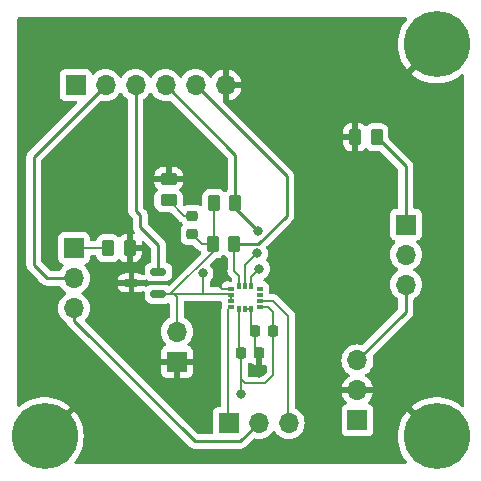
<source format=gtl>
G04 #@! TF.GenerationSoftware,KiCad,Pcbnew,7.0.8-7.0.8~ubuntu22.04.1*
G04 #@! TF.CreationDate,2024-01-26T15:47:28+01:00*
G04 #@! TF.ProjectId,imu,696d752e-6b69-4636-9164-5f7063625858,rev?*
G04 #@! TF.SameCoordinates,Original*
G04 #@! TF.FileFunction,Copper,L1,Top*
G04 #@! TF.FilePolarity,Positive*
%FSLAX46Y46*%
G04 Gerber Fmt 4.6, Leading zero omitted, Abs format (unit mm)*
G04 Created by KiCad (PCBNEW 7.0.8-7.0.8~ubuntu22.04.1) date 2024-01-26 15:47:28*
%MOMM*%
%LPD*%
G01*
G04 APERTURE LIST*
G04 Aperture macros list*
%AMRoundRect*
0 Rectangle with rounded corners*
0 $1 Rounding radius*
0 $2 $3 $4 $5 $6 $7 $8 $9 X,Y pos of 4 corners*
0 Add a 4 corners polygon primitive as box body*
4,1,4,$2,$3,$4,$5,$6,$7,$8,$9,$2,$3,0*
0 Add four circle primitives for the rounded corners*
1,1,$1+$1,$2,$3*
1,1,$1+$1,$4,$5*
1,1,$1+$1,$6,$7*
1,1,$1+$1,$8,$9*
0 Add four rect primitives between the rounded corners*
20,1,$1+$1,$2,$3,$4,$5,0*
20,1,$1+$1,$4,$5,$6,$7,0*
20,1,$1+$1,$6,$7,$8,$9,0*
20,1,$1+$1,$8,$9,$2,$3,0*%
G04 Aperture macros list end*
G04 #@! TA.AperFunction,SMDPad,CuDef*
%ADD10RoundRect,0.250000X-0.262500X-0.450000X0.262500X-0.450000X0.262500X0.450000X-0.262500X0.450000X0*%
G04 #@! TD*
G04 #@! TA.AperFunction,ComponentPad*
%ADD11R,1.700000X1.700000*%
G04 #@! TD*
G04 #@! TA.AperFunction,ComponentPad*
%ADD12O,1.700000X1.700000*%
G04 #@! TD*
G04 #@! TA.AperFunction,SMDPad,CuDef*
%ADD13RoundRect,0.225000X0.225000X0.250000X-0.225000X0.250000X-0.225000X-0.250000X0.225000X-0.250000X0*%
G04 #@! TD*
G04 #@! TA.AperFunction,ComponentPad*
%ADD14C,3.600000*%
G04 #@! TD*
G04 #@! TA.AperFunction,ConnectorPad*
%ADD15C,5.600000*%
G04 #@! TD*
G04 #@! TA.AperFunction,SMDPad,CuDef*
%ADD16RoundRect,0.218750X-0.256250X0.218750X-0.256250X-0.218750X0.256250X-0.218750X0.256250X0.218750X0*%
G04 #@! TD*
G04 #@! TA.AperFunction,SMDPad,CuDef*
%ADD17RoundRect,0.250000X-0.450000X0.262500X-0.450000X-0.262500X0.450000X-0.262500X0.450000X0.262500X0*%
G04 #@! TD*
G04 #@! TA.AperFunction,SMDPad,CuDef*
%ADD18RoundRect,0.150000X0.512500X0.150000X-0.512500X0.150000X-0.512500X-0.150000X0.512500X-0.150000X0*%
G04 #@! TD*
G04 #@! TA.AperFunction,SMDPad,CuDef*
%ADD19R,0.576580X0.351536*%
G04 #@! TD*
G04 #@! TA.AperFunction,SMDPad,CuDef*
%ADD20R,0.351536X0.576580*%
G04 #@! TD*
G04 #@! TA.AperFunction,SMDPad,CuDef*
%ADD21RoundRect,0.225000X-0.225000X-0.250000X0.225000X-0.250000X0.225000X0.250000X-0.225000X0.250000X0*%
G04 #@! TD*
G04 #@! TA.AperFunction,SMDPad,CuDef*
%ADD22RoundRect,0.250000X0.262500X0.450000X-0.262500X0.450000X-0.262500X-0.450000X0.262500X-0.450000X0*%
G04 #@! TD*
G04 #@! TA.AperFunction,ViaPad*
%ADD23C,0.800000*%
G04 #@! TD*
G04 #@! TA.AperFunction,Conductor*
%ADD24C,0.150000*%
G04 #@! TD*
G04 #@! TA.AperFunction,Conductor*
%ADD25C,0.250000*%
G04 #@! TD*
G04 APERTURE END LIST*
D10*
X110687500Y-46900000D03*
X112512500Y-46900000D03*
D11*
X95605888Y-65920584D03*
D12*
X95605888Y-63380584D03*
D11*
X115000000Y-54300000D03*
D12*
X115000000Y-56840000D03*
X115000000Y-59380000D03*
D11*
X86900000Y-56300000D03*
D12*
X86900000Y-58840000D03*
X86900000Y-61380000D03*
D10*
X98647804Y-55968630D03*
X100472804Y-55968630D03*
D13*
X102575000Y-65200000D03*
X101025000Y-65200000D03*
D14*
X117605888Y-72245584D03*
D15*
X117605888Y-72245584D03*
D16*
X96905888Y-53558084D03*
X96905888Y-55133084D03*
D17*
X94905888Y-50433084D03*
X94905888Y-52258084D03*
D11*
X100000000Y-71100000D03*
D12*
X102540000Y-71100000D03*
X105080000Y-71100000D03*
D14*
X117605888Y-39045584D03*
D15*
X117605888Y-39045584D03*
D14*
X84405888Y-72245584D03*
D15*
X84405888Y-72245584D03*
D18*
X91768388Y-59245584D03*
X94043388Y-60195584D03*
X94043388Y-58295584D03*
D19*
X100189700Y-59749999D03*
X100189700Y-60250000D03*
X100189700Y-60750000D03*
X100189700Y-61250001D03*
D20*
X100900001Y-61456300D03*
X101400000Y-61456300D03*
X101899999Y-61456300D03*
D19*
X102610300Y-61250001D03*
X102610300Y-60750000D03*
X102610300Y-60250000D03*
X102610300Y-59749999D03*
D20*
X101899999Y-59543700D03*
X101400000Y-59543700D03*
X100900001Y-59543700D03*
D21*
X102225000Y-63300000D03*
X103775000Y-63300000D03*
D11*
X110900000Y-70879999D03*
D12*
X110900000Y-68339999D03*
X110900000Y-65799999D03*
D11*
X87040000Y-42500000D03*
D12*
X89580000Y-42500000D03*
X92120000Y-42500000D03*
X94660000Y-42500000D03*
X97200000Y-42500000D03*
X99740000Y-42500000D03*
D22*
X91612500Y-56300000D03*
X89787500Y-56300000D03*
D10*
X98747804Y-52468628D03*
X100572804Y-52468628D03*
D23*
X90705888Y-72745584D03*
X102605888Y-66845584D03*
X98805888Y-59145584D03*
X85505888Y-65445584D03*
X89705888Y-62245584D03*
X101005888Y-68645584D03*
X97805888Y-58445584D03*
X102605888Y-58045584D03*
X102405888Y-56745584D03*
X102505888Y-54845584D03*
D24*
X99410303Y-59749999D02*
X98805888Y-59145584D01*
X101899999Y-62974999D02*
X102225000Y-63300000D01*
X101899999Y-61456300D02*
X101899999Y-62974999D01*
X102575000Y-66814696D02*
X102605888Y-66845584D01*
X102225000Y-64850000D02*
X102575000Y-65200000D01*
X102225000Y-63300000D02*
X102225000Y-64850000D01*
X100189700Y-59749999D02*
X99410303Y-59749999D01*
X101400000Y-61456300D02*
X101899999Y-61456300D01*
X102575000Y-65200000D02*
X102575000Y-66814696D01*
X101025000Y-67245584D02*
X101025000Y-67364696D01*
X101025000Y-68626472D02*
X101005888Y-68645584D01*
X95055888Y-60195584D02*
X94043388Y-60195584D01*
X97805888Y-58445584D02*
X97805888Y-60200001D01*
X103775000Y-67076472D02*
X103775000Y-63300000D01*
X101405888Y-67745584D02*
X103105888Y-67745584D01*
X101899999Y-59543700D02*
X101899999Y-58751473D01*
X95405888Y-60200001D02*
X97805888Y-60200001D01*
X97741434Y-55968630D02*
X98647804Y-55968630D01*
X97805888Y-60200001D02*
X100139701Y-60200001D01*
X95605888Y-63380584D02*
X95605888Y-60400001D01*
X101025000Y-67364696D02*
X101405888Y-67745584D01*
X103105888Y-67745584D02*
X103775000Y-67076472D01*
X100900001Y-65075001D02*
X100900001Y-61456300D01*
X103350001Y-61250001D02*
X103775000Y-61675000D01*
X96905888Y-55133084D02*
X97741434Y-55968630D01*
X94047805Y-60200001D02*
X95405888Y-60200001D01*
X95605888Y-60400001D02*
X95405888Y-60200001D01*
X101899999Y-58751473D02*
X102605888Y-58045584D01*
X100189700Y-60250000D02*
X100189700Y-60750000D01*
X101025000Y-65200000D02*
X100900001Y-65075001D01*
X100139701Y-60200001D02*
X100189700Y-60250000D01*
X94043388Y-60195584D02*
X94047805Y-60200001D01*
X101025000Y-65200000D02*
X101025000Y-67245584D01*
X102610300Y-61250001D02*
X103350001Y-61250001D01*
X98747804Y-52468628D02*
X98747804Y-56503668D01*
X103775000Y-61675000D02*
X103775000Y-63300000D01*
X101025000Y-67245584D02*
X101025000Y-68626472D01*
X98747804Y-56503668D02*
X95055888Y-60195584D01*
D25*
X84640000Y-58840000D02*
X86900000Y-58840000D01*
X83500000Y-57700000D02*
X84640000Y-58840000D01*
X89580000Y-42500000D02*
X83500000Y-48580000D01*
X83500000Y-48580000D02*
X83500000Y-57700000D01*
X94043388Y-56043389D02*
X94043388Y-58295584D01*
X92500000Y-54500001D02*
X94043388Y-56043389D01*
X92120000Y-42500000D02*
X92120000Y-53120000D01*
X92120000Y-53120000D02*
X92500000Y-53500000D01*
X92500000Y-53500000D02*
X92500000Y-54500001D01*
X100572804Y-52468628D02*
X100572804Y-52912500D01*
X100572804Y-48412804D02*
X100572804Y-52468628D01*
D24*
X102405888Y-56745584D02*
X101400000Y-57751472D01*
D25*
X100572804Y-52912500D02*
X102505888Y-54845584D01*
D24*
X101400000Y-57751472D02*
X101400000Y-59543700D01*
D25*
X94660000Y-42500000D02*
X100572804Y-48412804D01*
D24*
X100905888Y-59537813D02*
X100900001Y-59543700D01*
D25*
X97200000Y-42500000D02*
X104905888Y-50205888D01*
D24*
X100472804Y-58212500D02*
X100905888Y-58645584D01*
D25*
X104905888Y-53545584D02*
X102482842Y-55968630D01*
D24*
X100472804Y-55968630D02*
X100472804Y-58212500D01*
D25*
X104905888Y-50205888D02*
X104905888Y-53545584D01*
X102482842Y-55968630D02*
X100472804Y-55968630D01*
D24*
X100905888Y-58645584D02*
X100905888Y-59537813D01*
X89787500Y-56300000D02*
X86900000Y-56300000D01*
D25*
X97105888Y-72645584D02*
X100994416Y-72645584D01*
X86900000Y-61380000D02*
X86900000Y-62439696D01*
X100994416Y-72645584D02*
X102540000Y-71100000D01*
X86900000Y-62439696D02*
X97105888Y-72645584D01*
D24*
X99960000Y-61479701D02*
X100189700Y-61250001D01*
X99960000Y-71060000D02*
X99960000Y-61479701D01*
X100000000Y-71100000D02*
X99960000Y-71060000D01*
X105040000Y-62040000D02*
X105040000Y-71060000D01*
X103750000Y-60750000D02*
X105040000Y-62040000D01*
X102610300Y-60750000D02*
X103750000Y-60750000D01*
X105040000Y-71060000D02*
X105080000Y-71100000D01*
D25*
X115000000Y-61699999D02*
X115000000Y-59380000D01*
X110900000Y-65799999D02*
X115000000Y-61699999D01*
X115000000Y-49387500D02*
X112512500Y-46900000D01*
X115000000Y-54300000D02*
X115000000Y-49387500D01*
D24*
X96205888Y-53558084D02*
X94905888Y-52258084D01*
X96905888Y-53558084D02*
X96205888Y-53558084D01*
G04 #@! TA.AperFunction,Conductor*
G36*
X93474855Y-43166546D02*
G01*
X93491575Y-43185842D01*
X93621281Y-43371082D01*
X93621505Y-43371401D01*
X93788599Y-43538495D01*
X93885384Y-43606265D01*
X93982165Y-43674032D01*
X93982167Y-43674033D01*
X93982170Y-43674035D01*
X94196337Y-43773903D01*
X94196343Y-43773904D01*
X94196344Y-43773905D01*
X94251285Y-43788626D01*
X94424592Y-43835063D01*
X94601034Y-43850500D01*
X94659999Y-43855659D01*
X94660000Y-43855659D01*
X94660001Y-43855659D01*
X94718966Y-43850500D01*
X94895408Y-43835063D01*
X94995873Y-43808143D01*
X95065722Y-43809806D01*
X95115647Y-43840237D01*
X99910985Y-48635575D01*
X99944470Y-48696898D01*
X99947304Y-48723256D01*
X99947304Y-51291539D01*
X99927619Y-51358578D01*
X99888402Y-51397077D01*
X99841648Y-51425915D01*
X99841647Y-51425916D01*
X99747985Y-51519579D01*
X99686662Y-51553064D01*
X99616970Y-51548080D01*
X99572623Y-51519579D01*
X99478961Y-51425917D01*
X99478960Y-51425916D01*
X99329638Y-51333814D01*
X99163101Y-51278629D01*
X99163099Y-51278628D01*
X99060314Y-51268128D01*
X98435302Y-51268128D01*
X98435284Y-51268129D01*
X98332507Y-51278628D01*
X98332504Y-51278629D01*
X98165972Y-51333813D01*
X98165967Y-51333815D01*
X98016646Y-51425917D01*
X97892593Y-51549970D01*
X97800491Y-51699291D01*
X97800490Y-51699294D01*
X97745305Y-51865831D01*
X97745305Y-51865832D01*
X97745304Y-51865832D01*
X97734804Y-51968611D01*
X97734804Y-52625319D01*
X97715119Y-52692358D01*
X97662315Y-52738113D01*
X97593157Y-52748057D01*
X97545707Y-52730857D01*
X97468183Y-52683039D01*
X97468177Y-52683036D01*
X97468175Y-52683035D01*
X97308573Y-52630148D01*
X97308571Y-52630147D01*
X97210069Y-52620084D01*
X97210062Y-52620084D01*
X96601714Y-52620084D01*
X96601706Y-52620084D01*
X96503204Y-52630147D01*
X96503203Y-52630148D01*
X96424107Y-52656357D01*
X96343603Y-52683034D01*
X96343596Y-52683037D01*
X96304038Y-52707437D01*
X96236646Y-52725876D01*
X96169982Y-52704952D01*
X96151262Y-52689578D01*
X96141184Y-52679500D01*
X96107699Y-52618177D01*
X96105507Y-52579214D01*
X96106388Y-52570593D01*
X96106387Y-51945576D01*
X96095887Y-51842787D01*
X96040702Y-51676250D01*
X95948600Y-51526928D01*
X95854583Y-51432911D01*
X95821098Y-51371588D01*
X95826082Y-51301896D01*
X95854583Y-51257548D01*
X95948205Y-51163926D01*
X96040244Y-51014708D01*
X96040246Y-51014703D01*
X96095393Y-50848281D01*
X96095394Y-50848274D01*
X96105887Y-50745570D01*
X96105888Y-50745557D01*
X96105888Y-50683084D01*
X93705889Y-50683084D01*
X93705889Y-50745570D01*
X93716382Y-50848281D01*
X93771529Y-51014703D01*
X93771531Y-51014708D01*
X93863572Y-51163929D01*
X93957192Y-51257549D01*
X93990677Y-51318872D01*
X93985693Y-51388564D01*
X93957193Y-51432911D01*
X93863175Y-51526929D01*
X93771075Y-51676247D01*
X93771074Y-51676250D01*
X93715889Y-51842787D01*
X93715889Y-51842788D01*
X93715888Y-51842788D01*
X93705388Y-51945567D01*
X93705388Y-52570585D01*
X93705389Y-52570603D01*
X93715888Y-52673380D01*
X93715889Y-52673383D01*
X93737339Y-52738113D01*
X93771074Y-52839918D01*
X93863176Y-52989240D01*
X93987232Y-53113296D01*
X94136554Y-53205398D01*
X94303091Y-53260583D01*
X94405879Y-53271084D01*
X95053645Y-53271083D01*
X95120684Y-53290767D01*
X95141326Y-53307402D01*
X95769408Y-53935484D01*
X95774749Y-53941574D01*
X95795437Y-53968535D01*
X95806159Y-53976762D01*
X95824374Y-53990740D01*
X95824379Y-53990744D01*
X95825620Y-53991696D01*
X95915656Y-54060783D01*
X95964658Y-54081080D01*
X96019060Y-54124918D01*
X96022743Y-54130543D01*
X96081604Y-54225971D01*
X96081607Y-54225975D01*
X96113535Y-54257903D01*
X96147020Y-54319226D01*
X96142036Y-54388918D01*
X96113535Y-54433265D01*
X96081607Y-54465192D01*
X96081604Y-54465196D01*
X95993343Y-54608288D01*
X95993338Y-54608299D01*
X95977269Y-54656792D01*
X95940452Y-54767899D01*
X95940452Y-54767900D01*
X95940451Y-54767900D01*
X95930388Y-54866402D01*
X95930388Y-55399765D01*
X95940451Y-55498267D01*
X95993338Y-55657868D01*
X95993343Y-55657879D01*
X96081604Y-55800971D01*
X96081607Y-55800975D01*
X96200496Y-55919864D01*
X96200500Y-55919867D01*
X96343592Y-56008128D01*
X96343595Y-56008129D01*
X96343601Y-56008133D01*
X96503203Y-56061020D01*
X96601714Y-56071084D01*
X96978646Y-56071084D01*
X97045685Y-56090769D01*
X97066327Y-56107403D01*
X97304954Y-56346030D01*
X97310295Y-56352120D01*
X97321691Y-56366972D01*
X97329611Y-56377294D01*
X97330983Y-56379081D01*
X97341705Y-56387308D01*
X97359920Y-56401286D01*
X97359925Y-56401290D01*
X97361166Y-56402242D01*
X97426384Y-56452285D01*
X97451201Y-56471328D01*
X97451203Y-56471328D01*
X97451205Y-56471330D01*
X97502620Y-56492626D01*
X97585329Y-56526886D01*
X97639732Y-56570725D01*
X97655581Y-56602440D01*
X97676217Y-56664713D01*
X97678619Y-56734541D01*
X97646192Y-56791398D01*
X94995813Y-59441777D01*
X94934490Y-59475262D01*
X94864798Y-59470278D01*
X94845011Y-59460828D01*
X94832084Y-59453183D01*
X94816286Y-59443840D01*
X94816285Y-59443839D01*
X94816284Y-59443839D01*
X94816281Y-59443838D01*
X94658461Y-59397986D01*
X94658455Y-59397985D01*
X94621584Y-59395084D01*
X94621582Y-59395084D01*
X93465194Y-59395084D01*
X93465192Y-59395084D01*
X93428320Y-59397985D01*
X93428314Y-59397986D01*
X93270494Y-59443838D01*
X93270491Y-59443839D01*
X93129025Y-59527501D01*
X93122857Y-59532286D01*
X93121552Y-59530603D01*
X93069842Y-59558830D01*
X93000151Y-59553835D01*
X92952446Y-59521831D01*
X92928184Y-59495584D01*
X92018388Y-59495584D01*
X92018388Y-60045584D01*
X92346532Y-60045584D01*
X92383377Y-60042684D01*
X92383383Y-60042683D01*
X92541081Y-59996867D01*
X92541084Y-59996866D01*
X92689159Y-59909296D01*
X92690178Y-59911019D01*
X92745414Y-59889328D01*
X92813933Y-59903002D01*
X92864181Y-59951550D01*
X92880388Y-60012841D01*
X92880388Y-60411280D01*
X92883289Y-60448151D01*
X92883290Y-60448157D01*
X92929142Y-60605977D01*
X92929143Y-60605980D01*
X93012805Y-60747446D01*
X93012811Y-60747454D01*
X93129017Y-60863660D01*
X93129021Y-60863663D01*
X93129023Y-60863665D01*
X93270490Y-60947328D01*
X93270497Y-60947330D01*
X93428314Y-60993181D01*
X93428317Y-60993181D01*
X93428319Y-60993182D01*
X93440610Y-60994149D01*
X93465192Y-60996084D01*
X93465194Y-60996084D01*
X94621584Y-60996084D01*
X94640019Y-60994633D01*
X94658457Y-60993182D01*
X94658459Y-60993181D01*
X94658461Y-60993181D01*
X94816280Y-60947330D01*
X94816280Y-60947329D01*
X94816286Y-60947328D01*
X94843269Y-60931370D01*
X94910990Y-60914188D01*
X94977253Y-60936348D01*
X95021016Y-60990813D01*
X95030388Y-61038103D01*
X95030388Y-62079834D01*
X95010703Y-62146873D01*
X94958796Y-62192215D01*
X94928057Y-62206549D01*
X94734485Y-62342089D01*
X94567393Y-62509181D01*
X94431853Y-62702753D01*
X94431852Y-62702755D01*
X94331986Y-62916919D01*
X94331982Y-62916928D01*
X94270826Y-63145170D01*
X94270824Y-63145180D01*
X94250229Y-63380583D01*
X94250229Y-63380584D01*
X94270824Y-63615987D01*
X94270826Y-63615997D01*
X94331982Y-63844239D01*
X94331984Y-63844243D01*
X94331985Y-63844247D01*
X94431853Y-64058414D01*
X94431855Y-64058418D01*
X94477054Y-64122968D01*
X94567389Y-64251980D01*
X94567394Y-64251986D01*
X94689706Y-64374298D01*
X94723191Y-64435621D01*
X94718207Y-64505313D01*
X94676335Y-64561246D01*
X94645359Y-64578161D01*
X94513800Y-64627230D01*
X94513794Y-64627233D01*
X94398700Y-64713393D01*
X94398697Y-64713396D01*
X94312537Y-64828490D01*
X94312533Y-64828497D01*
X94262291Y-64963204D01*
X94262289Y-64963211D01*
X94255888Y-65022739D01*
X94255888Y-65670584D01*
X95172202Y-65670584D01*
X95146395Y-65710740D01*
X95105888Y-65848695D01*
X95105888Y-65992473D01*
X95146395Y-66130428D01*
X95172202Y-66170584D01*
X94255888Y-66170584D01*
X94255888Y-66818428D01*
X94262289Y-66877956D01*
X94262291Y-66877963D01*
X94312533Y-67012670D01*
X94312537Y-67012677D01*
X94398697Y-67127771D01*
X94398700Y-67127774D01*
X94513794Y-67213934D01*
X94513801Y-67213938D01*
X94648508Y-67264180D01*
X94648515Y-67264182D01*
X94708043Y-67270583D01*
X94708060Y-67270584D01*
X95355888Y-67270584D01*
X95355888Y-66356085D01*
X95463573Y-66405264D01*
X95570125Y-66420584D01*
X95641651Y-66420584D01*
X95748203Y-66405264D01*
X95855888Y-66356085D01*
X95855888Y-67270584D01*
X96503716Y-67270584D01*
X96503732Y-67270583D01*
X96563260Y-67264182D01*
X96563267Y-67264180D01*
X96697974Y-67213938D01*
X96697981Y-67213934D01*
X96813075Y-67127774D01*
X96813078Y-67127771D01*
X96899238Y-67012677D01*
X96899242Y-67012670D01*
X96949484Y-66877963D01*
X96949486Y-66877956D01*
X96955887Y-66818428D01*
X96955888Y-66818411D01*
X96955888Y-66170584D01*
X96039574Y-66170584D01*
X96065381Y-66130428D01*
X96105888Y-65992473D01*
X96105888Y-65848695D01*
X96065381Y-65710740D01*
X96039574Y-65670584D01*
X96955888Y-65670584D01*
X96955888Y-65022756D01*
X96955887Y-65022739D01*
X96949486Y-64963211D01*
X96949484Y-64963204D01*
X96899242Y-64828497D01*
X96899238Y-64828490D01*
X96813078Y-64713396D01*
X96813075Y-64713393D01*
X96697981Y-64627233D01*
X96697976Y-64627230D01*
X96566416Y-64578161D01*
X96510483Y-64536289D01*
X96486066Y-64470825D01*
X96500918Y-64402552D01*
X96522063Y-64374304D01*
X96644383Y-64251985D01*
X96779923Y-64058414D01*
X96879791Y-63844247D01*
X96940951Y-63615992D01*
X96961547Y-63380584D01*
X96940951Y-63145176D01*
X96879791Y-62916921D01*
X96779923Y-62702755D01*
X96771053Y-62690086D01*
X96644382Y-62509181D01*
X96477290Y-62342090D01*
X96477283Y-62342085D01*
X96467370Y-62335144D01*
X96420096Y-62302042D01*
X96283719Y-62206549D01*
X96283715Y-62206547D01*
X96252981Y-62192215D01*
X96200543Y-62146042D01*
X96181388Y-62079834D01*
X96181388Y-60899501D01*
X96201073Y-60832462D01*
X96253877Y-60786707D01*
X96305388Y-60775501D01*
X97764102Y-60775501D01*
X97772199Y-60776031D01*
X97805888Y-60780467D01*
X97839576Y-60776031D01*
X97847674Y-60775501D01*
X99276911Y-60775501D01*
X99343950Y-60795186D01*
X99389705Y-60847990D01*
X99400911Y-60899501D01*
X99400911Y-60973651D01*
X99402319Y-60986745D01*
X99402319Y-61013246D01*
X99400910Y-61026350D01*
X99400910Y-61313268D01*
X99400379Y-61321370D01*
X99399313Y-61329464D01*
X99399313Y-61329465D01*
X99384641Y-61440908D01*
X99383957Y-61446107D01*
X99383955Y-61446120D01*
X99379535Y-61479701D01*
X99383969Y-61513379D01*
X99384500Y-61521481D01*
X99384500Y-69625500D01*
X99364815Y-69692539D01*
X99312011Y-69738294D01*
X99260501Y-69749500D01*
X99102130Y-69749500D01*
X99102123Y-69749501D01*
X99042516Y-69755908D01*
X98907671Y-69806202D01*
X98907664Y-69806206D01*
X98792455Y-69892452D01*
X98792452Y-69892455D01*
X98706206Y-70007664D01*
X98706202Y-70007671D01*
X98655908Y-70142517D01*
X98651510Y-70183430D01*
X98649500Y-70202127D01*
X98649500Y-71099999D01*
X98649501Y-71896084D01*
X98629816Y-71963123D01*
X98577013Y-72008878D01*
X98525501Y-72020084D01*
X97416341Y-72020084D01*
X97349302Y-72000399D01*
X97328660Y-71983765D01*
X87855076Y-62510181D01*
X87821591Y-62448858D01*
X87826575Y-62379166D01*
X87855072Y-62334823D01*
X87938495Y-62251401D01*
X88074035Y-62057830D01*
X88173903Y-61843663D01*
X88235063Y-61615408D01*
X88255659Y-61380000D01*
X88235063Y-61144592D01*
X88188626Y-60971285D01*
X88173905Y-60916344D01*
X88173904Y-60916343D01*
X88173903Y-60916337D01*
X88074035Y-60702171D01*
X88050929Y-60669171D01*
X87938494Y-60508597D01*
X87771402Y-60341506D01*
X87771396Y-60341501D01*
X87585842Y-60211575D01*
X87542217Y-60156998D01*
X87535023Y-60087500D01*
X87566546Y-60025145D01*
X87585842Y-60008425D01*
X87635520Y-59973640D01*
X87771401Y-59878495D01*
X87938495Y-59711401D01*
X88074035Y-59517830D01*
X88084408Y-59495585D01*
X90608592Y-59495585D01*
X90608787Y-59498070D01*
X90654606Y-59655782D01*
X90738202Y-59797136D01*
X90738209Y-59797145D01*
X90854326Y-59913262D01*
X90854335Y-59913269D01*
X90995691Y-59996866D01*
X90995694Y-59996867D01*
X91153392Y-60042683D01*
X91153398Y-60042684D01*
X91190244Y-60045584D01*
X91518388Y-60045584D01*
X91518388Y-59495584D01*
X90608593Y-59495584D01*
X90608592Y-59495585D01*
X88084408Y-59495585D01*
X88173903Y-59303663D01*
X88235063Y-59075408D01*
X88242047Y-58995582D01*
X90608592Y-58995582D01*
X90608593Y-58995584D01*
X91518388Y-58995584D01*
X91518388Y-58445584D01*
X91190244Y-58445584D01*
X91153398Y-58448483D01*
X91153392Y-58448484D01*
X90995694Y-58494300D01*
X90995691Y-58494301D01*
X90854335Y-58577898D01*
X90854326Y-58577905D01*
X90738209Y-58694022D01*
X90738202Y-58694031D01*
X90654606Y-58835385D01*
X90608787Y-58993097D01*
X90608592Y-58995582D01*
X88242047Y-58995582D01*
X88255659Y-58840000D01*
X88235063Y-58604592D01*
X88173903Y-58376337D01*
X88074035Y-58162171D01*
X88073651Y-58161623D01*
X87938496Y-57968600D01*
X87883264Y-57913368D01*
X87816567Y-57846671D01*
X87783084Y-57785351D01*
X87788068Y-57715659D01*
X87829939Y-57659725D01*
X87860915Y-57642810D01*
X87992331Y-57593796D01*
X88107546Y-57507546D01*
X88193796Y-57392331D01*
X88244091Y-57257483D01*
X88250500Y-57197873D01*
X88250500Y-56999500D01*
X88270185Y-56932461D01*
X88322989Y-56886706D01*
X88374500Y-56875500D01*
X88686415Y-56875500D01*
X88753454Y-56895185D01*
X88799209Y-56947989D01*
X88804118Y-56960489D01*
X88839672Y-57067784D01*
X88840185Y-57069331D01*
X88840187Y-57069336D01*
X88861224Y-57103442D01*
X88932288Y-57218656D01*
X89056344Y-57342712D01*
X89205666Y-57434814D01*
X89372203Y-57489999D01*
X89474991Y-57500500D01*
X90100008Y-57500499D01*
X90100016Y-57500498D01*
X90100019Y-57500498D01*
X90156302Y-57494748D01*
X90202797Y-57489999D01*
X90369334Y-57434814D01*
X90518656Y-57342712D01*
X90612675Y-57248692D01*
X90673994Y-57215210D01*
X90743686Y-57220194D01*
X90788034Y-57248695D01*
X90881654Y-57342315D01*
X91030875Y-57434356D01*
X91030880Y-57434358D01*
X91197302Y-57489505D01*
X91197309Y-57489506D01*
X91300019Y-57499999D01*
X91362499Y-57499998D01*
X91362500Y-57499998D01*
X91362500Y-56550000D01*
X91862500Y-56550000D01*
X91862500Y-57499999D01*
X91924972Y-57499999D01*
X91924986Y-57499998D01*
X92027697Y-57489505D01*
X92194119Y-57434358D01*
X92194124Y-57434356D01*
X92343345Y-57342315D01*
X92467315Y-57218345D01*
X92559356Y-57069124D01*
X92559358Y-57069119D01*
X92614505Y-56902697D01*
X92614506Y-56902690D01*
X92624999Y-56799986D01*
X92625000Y-56799973D01*
X92625000Y-56550000D01*
X91862500Y-56550000D01*
X91362500Y-56550000D01*
X91362500Y-55100000D01*
X91362499Y-55099999D01*
X91300028Y-55100000D01*
X91300011Y-55100001D01*
X91197302Y-55110494D01*
X91030880Y-55165641D01*
X91030875Y-55165643D01*
X90881657Y-55257682D01*
X90788034Y-55351305D01*
X90726710Y-55384789D01*
X90657019Y-55379805D01*
X90612672Y-55351304D01*
X90518657Y-55257289D01*
X90518656Y-55257288D01*
X90369334Y-55165186D01*
X90202797Y-55110001D01*
X90202795Y-55110000D01*
X90100010Y-55099500D01*
X89474998Y-55099500D01*
X89474980Y-55099501D01*
X89372203Y-55110000D01*
X89372200Y-55110001D01*
X89205668Y-55165185D01*
X89205663Y-55165187D01*
X89056342Y-55257289D01*
X88932289Y-55381342D01*
X88840187Y-55530663D01*
X88840186Y-55530666D01*
X88813301Y-55611801D01*
X88804121Y-55639504D01*
X88764348Y-55696949D01*
X88699833Y-55723772D01*
X88686415Y-55724500D01*
X88374499Y-55724500D01*
X88307460Y-55704815D01*
X88261705Y-55652011D01*
X88250499Y-55600500D01*
X88250499Y-55402129D01*
X88250498Y-55402123D01*
X88250497Y-55402116D01*
X88244091Y-55342517D01*
X88212375Y-55257483D01*
X88193797Y-55207671D01*
X88193793Y-55207664D01*
X88107547Y-55092455D01*
X88107544Y-55092452D01*
X87992335Y-55006206D01*
X87992328Y-55006202D01*
X87857482Y-54955908D01*
X87857483Y-54955908D01*
X87797883Y-54949501D01*
X87797881Y-54949500D01*
X87797873Y-54949500D01*
X87797864Y-54949500D01*
X86002129Y-54949500D01*
X86002123Y-54949501D01*
X85942516Y-54955908D01*
X85807671Y-55006202D01*
X85807664Y-55006206D01*
X85692455Y-55092452D01*
X85692452Y-55092455D01*
X85606206Y-55207664D01*
X85606202Y-55207671D01*
X85555908Y-55342517D01*
X85549754Y-55399765D01*
X85549501Y-55402123D01*
X85549500Y-55402135D01*
X85549500Y-57197870D01*
X85549501Y-57197876D01*
X85555908Y-57257483D01*
X85606202Y-57392328D01*
X85606206Y-57392335D01*
X85692452Y-57507544D01*
X85692455Y-57507547D01*
X85807664Y-57593793D01*
X85807671Y-57593797D01*
X85939081Y-57642810D01*
X85995015Y-57684681D01*
X86019432Y-57750145D01*
X86004580Y-57818418D01*
X85983430Y-57846673D01*
X85861503Y-57968600D01*
X85726348Y-58161623D01*
X85671771Y-58205248D01*
X85624773Y-58214500D01*
X84950453Y-58214500D01*
X84883414Y-58194815D01*
X84862772Y-58178181D01*
X84161819Y-57477228D01*
X84128334Y-57415905D01*
X84125500Y-57389547D01*
X84125500Y-48890452D01*
X84145185Y-48823413D01*
X84161819Y-48802771D01*
X86564609Y-46399981D01*
X89124354Y-43840235D01*
X89185675Y-43806752D01*
X89244123Y-43808142D01*
X89344592Y-43835063D01*
X89521034Y-43850500D01*
X89579999Y-43855659D01*
X89580000Y-43855659D01*
X89580001Y-43855659D01*
X89638966Y-43850500D01*
X89815408Y-43835063D01*
X90043663Y-43773903D01*
X90257830Y-43674035D01*
X90451401Y-43538495D01*
X90618495Y-43371401D01*
X90748425Y-43185842D01*
X90803002Y-43142217D01*
X90872500Y-43135023D01*
X90934855Y-43166546D01*
X90951575Y-43185842D01*
X91081281Y-43371082D01*
X91081505Y-43371401D01*
X91248599Y-43538495D01*
X91441624Y-43673653D01*
X91485248Y-43728228D01*
X91494500Y-43775226D01*
X91494500Y-53037255D01*
X91492775Y-53052872D01*
X91493061Y-53052899D01*
X91492326Y-53060665D01*
X91494500Y-53129814D01*
X91494500Y-53159343D01*
X91494501Y-53159360D01*
X91495368Y-53166231D01*
X91495826Y-53172050D01*
X91497290Y-53218624D01*
X91497291Y-53218627D01*
X91502880Y-53237867D01*
X91506824Y-53256911D01*
X91509336Y-53276792D01*
X91519383Y-53302169D01*
X91526490Y-53320119D01*
X91528382Y-53325647D01*
X91541381Y-53370388D01*
X91551580Y-53387634D01*
X91560136Y-53405100D01*
X91567514Y-53423732D01*
X91594898Y-53461423D01*
X91598106Y-53466307D01*
X91621827Y-53506416D01*
X91621833Y-53506424D01*
X91635990Y-53520580D01*
X91648627Y-53535375D01*
X91660406Y-53551587D01*
X91696308Y-53581288D01*
X91700619Y-53585210D01*
X91838182Y-53722772D01*
X91871666Y-53784093D01*
X91874500Y-53810452D01*
X91874500Y-54417256D01*
X91872775Y-54432873D01*
X91873061Y-54432900D01*
X91872326Y-54440666D01*
X91874500Y-54509815D01*
X91874500Y-54539344D01*
X91874501Y-54539361D01*
X91875368Y-54546232D01*
X91875826Y-54552051D01*
X91877290Y-54598625D01*
X91877291Y-54598628D01*
X91882880Y-54617868D01*
X91886824Y-54636912D01*
X91889336Y-54656792D01*
X91906490Y-54700120D01*
X91908382Y-54705648D01*
X91921381Y-54750389D01*
X91931580Y-54767635D01*
X91940138Y-54785104D01*
X91947514Y-54803733D01*
X91974898Y-54841424D01*
X91978106Y-54846308D01*
X92001827Y-54886417D01*
X92001834Y-54886426D01*
X92003727Y-54888319D01*
X92004736Y-54890167D01*
X92006613Y-54892587D01*
X92006222Y-54892889D01*
X92037212Y-54949642D01*
X92032228Y-55019334D01*
X91990356Y-55075267D01*
X91924892Y-55099684D01*
X91916046Y-55100000D01*
X91862500Y-55100000D01*
X91862500Y-56050000D01*
X92624999Y-56050000D01*
X92624999Y-55808952D01*
X92644684Y-55741913D01*
X92697488Y-55696158D01*
X92766646Y-55686214D01*
X92830202Y-55715239D01*
X92836680Y-55721271D01*
X93381569Y-56266160D01*
X93415054Y-56327483D01*
X93417888Y-56353841D01*
X93417888Y-57407914D01*
X93398203Y-57474953D01*
X93345399Y-57520708D01*
X93328484Y-57526990D01*
X93270493Y-57543838D01*
X93270491Y-57543839D01*
X93129025Y-57627501D01*
X93129017Y-57627507D01*
X93012811Y-57743713D01*
X93012805Y-57743721D01*
X92929143Y-57885187D01*
X92929142Y-57885190D01*
X92883290Y-58043010D01*
X92883289Y-58043016D01*
X92880388Y-58079888D01*
X92880388Y-58478326D01*
X92860703Y-58545365D01*
X92807899Y-58591120D01*
X92738741Y-58601064D01*
X92690030Y-58580398D01*
X92689159Y-58581872D01*
X92541084Y-58494301D01*
X92541081Y-58494300D01*
X92383383Y-58448484D01*
X92383377Y-58448483D01*
X92346532Y-58445584D01*
X92018388Y-58445584D01*
X92018388Y-58995584D01*
X92928182Y-58995584D01*
X92952445Y-58969336D01*
X93012406Y-58933469D01*
X93082240Y-58935713D01*
X93121900Y-58960114D01*
X93122857Y-58958882D01*
X93129020Y-58963662D01*
X93129023Y-58963665D01*
X93270490Y-59047328D01*
X93276813Y-59049165D01*
X93428314Y-59093181D01*
X93428317Y-59093181D01*
X93428319Y-59093182D01*
X93440610Y-59094149D01*
X93465192Y-59096084D01*
X93465194Y-59096084D01*
X94621584Y-59096084D01*
X94640019Y-59094633D01*
X94658457Y-59093182D01*
X94658459Y-59093181D01*
X94658461Y-59093181D01*
X94711863Y-59077666D01*
X94816286Y-59047328D01*
X94957753Y-58963665D01*
X95073969Y-58847449D01*
X95157632Y-58705982D01*
X95203486Y-58548153D01*
X95206388Y-58511278D01*
X95206388Y-58079890D01*
X95203486Y-58043015D01*
X95203023Y-58041423D01*
X95165820Y-57913368D01*
X95157632Y-57885186D01*
X95073969Y-57743719D01*
X95073967Y-57743717D01*
X95073964Y-57743713D01*
X94957758Y-57627507D01*
X94957750Y-57627501D01*
X94816284Y-57543839D01*
X94816282Y-57543838D01*
X94758292Y-57526990D01*
X94699406Y-57489383D01*
X94670201Y-57425910D01*
X94668888Y-57407914D01*
X94668888Y-56126126D01*
X94670612Y-56110512D01*
X94670326Y-56110485D01*
X94671060Y-56102722D01*
X94668888Y-56033592D01*
X94668888Y-56004040D01*
X94668888Y-56004039D01*
X94668017Y-55997148D01*
X94667560Y-55991334D01*
X94666097Y-55944761D01*
X94660510Y-55925533D01*
X94656562Y-55906473D01*
X94654052Y-55886597D01*
X94636895Y-55843264D01*
X94635007Y-55837748D01*
X94622007Y-55793001D01*
X94611806Y-55775752D01*
X94603248Y-55758283D01*
X94595874Y-55739657D01*
X94595871Y-55739653D01*
X94595871Y-55739652D01*
X94568486Y-55701960D01*
X94565278Y-55697076D01*
X94541560Y-55656971D01*
X94541551Y-55656960D01*
X94527393Y-55642802D01*
X94514758Y-55628009D01*
X94502981Y-55611801D01*
X94467081Y-55582102D01*
X94462769Y-55578179D01*
X93161819Y-54277229D01*
X93128334Y-54215906D01*
X93125500Y-54189548D01*
X93125500Y-53582738D01*
X93127224Y-53567124D01*
X93126938Y-53567097D01*
X93127672Y-53559334D01*
X93125500Y-53490203D01*
X93125500Y-53460651D01*
X93125500Y-53460650D01*
X93124629Y-53453759D01*
X93124172Y-53447945D01*
X93122709Y-53401372D01*
X93117122Y-53382144D01*
X93113174Y-53363084D01*
X93110664Y-53343208D01*
X93093507Y-53299875D01*
X93091619Y-53294359D01*
X93078619Y-53249612D01*
X93068418Y-53232363D01*
X93059860Y-53214894D01*
X93052486Y-53196268D01*
X93052483Y-53196264D01*
X93052483Y-53196263D01*
X93025098Y-53158571D01*
X93021890Y-53153687D01*
X92998172Y-53113582D01*
X92998163Y-53113571D01*
X92984005Y-53099413D01*
X92971370Y-53084620D01*
X92959593Y-53068412D01*
X92923693Y-53038713D01*
X92919381Y-53034790D01*
X92781819Y-52897228D01*
X92748334Y-52835905D01*
X92745500Y-52809547D01*
X92745500Y-50183084D01*
X93705888Y-50183084D01*
X94655888Y-50183084D01*
X94655888Y-49420584D01*
X95155888Y-49420584D01*
X95155888Y-50183084D01*
X96105887Y-50183084D01*
X96105887Y-50120612D01*
X96105886Y-50120597D01*
X96095393Y-50017886D01*
X96040246Y-49851464D01*
X96040244Y-49851459D01*
X95948203Y-49702238D01*
X95824233Y-49578268D01*
X95675012Y-49486227D01*
X95675007Y-49486225D01*
X95508585Y-49431078D01*
X95508578Y-49431077D01*
X95405874Y-49420584D01*
X95155888Y-49420584D01*
X94655888Y-49420584D01*
X94405917Y-49420584D01*
X94405900Y-49420585D01*
X94303190Y-49431078D01*
X94136768Y-49486225D01*
X94136763Y-49486227D01*
X93987542Y-49578268D01*
X93863572Y-49702238D01*
X93771531Y-49851459D01*
X93771529Y-49851464D01*
X93716382Y-50017886D01*
X93716381Y-50017893D01*
X93705888Y-50120597D01*
X93705888Y-50183084D01*
X92745500Y-50183084D01*
X92745500Y-43775226D01*
X92765185Y-43708187D01*
X92798374Y-43673654D01*
X92991401Y-43538495D01*
X93158495Y-43371401D01*
X93288425Y-43185842D01*
X93343002Y-43142217D01*
X93412500Y-43135023D01*
X93474855Y-43166546D01*
G37*
G04 #@! TD.AperFunction*
G04 #@! TA.AperFunction,Conductor*
G36*
X102768039Y-64969685D02*
G01*
X102813794Y-65022489D01*
X102825000Y-65074000D01*
X102825000Y-66174999D01*
X102848308Y-66174999D01*
X102848322Y-66174998D01*
X102947607Y-66164855D01*
X103036496Y-66135401D01*
X103106324Y-66132999D01*
X103166366Y-66168731D01*
X103197559Y-66231251D01*
X103199500Y-66253107D01*
X103199500Y-66786730D01*
X103179815Y-66853769D01*
X103163181Y-66874411D01*
X102903827Y-67133765D01*
X102842504Y-67167250D01*
X102816146Y-67170084D01*
X101724500Y-67170084D01*
X101657461Y-67150399D01*
X101611706Y-67097595D01*
X101600500Y-67046084D01*
X101600500Y-66155424D01*
X101620185Y-66088385D01*
X101659402Y-66049886D01*
X101703044Y-66022968D01*
X101712668Y-66013343D01*
X101773987Y-65979856D01*
X101843679Y-65984835D01*
X101888034Y-66013339D01*
X101897267Y-66022572D01*
X101897271Y-66022575D01*
X102041507Y-66111542D01*
X102041518Y-66111547D01*
X102202393Y-66164855D01*
X102301683Y-66174999D01*
X102325000Y-66174998D01*
X102325000Y-65074000D01*
X102344685Y-65006961D01*
X102397489Y-64961206D01*
X102449000Y-64950000D01*
X102701000Y-64950000D01*
X102768039Y-64969685D01*
G37*
G04 #@! TD.AperFunction*
G04 #@! TA.AperFunction,Conductor*
G36*
X99603638Y-56889178D02*
G01*
X99647985Y-56917679D01*
X99741648Y-57011342D01*
X99838401Y-57071019D01*
X99885125Y-57122965D01*
X99897304Y-57176557D01*
X99897304Y-58170719D01*
X99896773Y-58178821D01*
X99892339Y-58212498D01*
X99896825Y-58246583D01*
X99896827Y-58246598D01*
X99912117Y-58362735D01*
X99925451Y-58394926D01*
X99970106Y-58502734D01*
X100040484Y-58594452D01*
X100040493Y-58594463D01*
X100062350Y-58622948D01*
X100062351Y-58622949D01*
X100062353Y-58622951D01*
X100076544Y-58633840D01*
X100089310Y-58643636D01*
X100095413Y-58648989D01*
X100281120Y-58834696D01*
X100314605Y-58896019D01*
X100309621Y-58965711D01*
X100292708Y-58996684D01*
X100280440Y-59013072D01*
X100280435Y-59013081D01*
X100254114Y-59083653D01*
X100212243Y-59139587D01*
X100146778Y-59164004D01*
X100078505Y-59149152D01*
X100029100Y-59099747D01*
X100025553Y-59085852D01*
X100013932Y-59074231D01*
X99853565Y-59074231D01*
X99794037Y-59080632D01*
X99794030Y-59080634D01*
X99659323Y-59130876D01*
X99659316Y-59130880D01*
X99544222Y-59217040D01*
X99544219Y-59217043D01*
X99458059Y-59332137D01*
X99458055Y-59332144D01*
X99407813Y-59466851D01*
X99407811Y-59466858D01*
X99402769Y-59513757D01*
X99376031Y-59578308D01*
X99318638Y-59618156D01*
X99279480Y-59624501D01*
X98505388Y-59624501D01*
X98438349Y-59604816D01*
X98392594Y-59552012D01*
X98381388Y-59500501D01*
X98381388Y-59199801D01*
X98401073Y-59132762D01*
X98413238Y-59116829D01*
X98443110Y-59083653D01*
X98538421Y-58977800D01*
X98633067Y-58813868D01*
X98691562Y-58633840D01*
X98711348Y-58445584D01*
X98691562Y-58257328D01*
X98633067Y-58077300D01*
X98538421Y-57913368D01*
X98437699Y-57801505D01*
X98434065Y-57797469D01*
X98403835Y-57734478D01*
X98412460Y-57665142D01*
X98438531Y-57626819D01*
X98859903Y-57205448D01*
X98921226Y-57171963D01*
X98947584Y-57169129D01*
X98960306Y-57169129D01*
X98960312Y-57169129D01*
X99063101Y-57158629D01*
X99229638Y-57103444D01*
X99378960Y-57011342D01*
X99472623Y-56917679D01*
X99533946Y-56884194D01*
X99603638Y-56889178D01*
G37*
G04 #@! TD.AperFunction*
G04 #@! TA.AperFunction,Conductor*
G36*
X115028755Y-36765269D02*
G01*
X115074510Y-36818073D01*
X115084454Y-36887231D01*
X115056224Y-36949860D01*
X114974921Y-37045576D01*
X114774106Y-37341756D01*
X114606494Y-37657906D01*
X114606485Y-37657924D01*
X114474037Y-37990344D01*
X114474035Y-37990351D01*
X114378309Y-38335126D01*
X114378303Y-38335152D01*
X114320415Y-38688252D01*
X114320414Y-38688269D01*
X114301041Y-39045581D01*
X114301041Y-39045586D01*
X114320414Y-39402898D01*
X114320415Y-39402915D01*
X114378303Y-39756015D01*
X114378309Y-39756041D01*
X114474035Y-40100816D01*
X114474037Y-40100823D01*
X114606485Y-40433243D01*
X114606494Y-40433261D01*
X114774106Y-40749411D01*
X114974921Y-41045591D01*
X115102329Y-41195587D01*
X115102330Y-41195588D01*
X116308154Y-39989764D01*
X116471018Y-40180454D01*
X116661706Y-40343316D01*
X115453143Y-41551879D01*
X115453144Y-41551880D01*
X115466373Y-41564412D01*
X115466374Y-41564413D01*
X115751255Y-41780972D01*
X115751258Y-41780974D01*
X116057878Y-41965460D01*
X116382627Y-42115706D01*
X116382632Y-42115707D01*
X116721743Y-42229967D01*
X117071227Y-42306895D01*
X117426963Y-42345583D01*
X117426973Y-42345584D01*
X117784803Y-42345584D01*
X117784812Y-42345583D01*
X118140548Y-42306895D01*
X118490032Y-42229967D01*
X118829143Y-42115707D01*
X118829148Y-42115706D01*
X119153897Y-41965460D01*
X119460517Y-41780974D01*
X119460520Y-41780972D01*
X119706847Y-41593721D01*
X119772129Y-41568822D01*
X119840510Y-41583169D01*
X119890278Y-41632208D01*
X119905888Y-41692437D01*
X119905888Y-69598730D01*
X119886203Y-69665769D01*
X119833399Y-69711524D01*
X119764241Y-69721468D01*
X119706847Y-69697446D01*
X119460520Y-69510195D01*
X119460517Y-69510193D01*
X119153897Y-69325707D01*
X118829148Y-69175461D01*
X118829143Y-69175460D01*
X118490032Y-69061200D01*
X118140548Y-68984272D01*
X117784812Y-68945584D01*
X117426963Y-68945584D01*
X117071227Y-68984272D01*
X116721743Y-69061200D01*
X116382632Y-69175460D01*
X116382627Y-69175461D01*
X116057878Y-69325707D01*
X115751258Y-69510193D01*
X115751255Y-69510195D01*
X115466379Y-69726750D01*
X115453144Y-69739287D01*
X115453143Y-69739287D01*
X116661706Y-70947850D01*
X116471018Y-71110714D01*
X116308154Y-71301402D01*
X115102330Y-70095578D01*
X115102329Y-70095579D01*
X114974928Y-70245567D01*
X114974921Y-70245577D01*
X114774106Y-70541756D01*
X114606494Y-70857906D01*
X114606485Y-70857924D01*
X114474037Y-71190344D01*
X114474035Y-71190351D01*
X114378309Y-71535126D01*
X114378303Y-71535152D01*
X114320415Y-71888252D01*
X114320414Y-71888269D01*
X114301041Y-72245581D01*
X114301041Y-72245586D01*
X114320414Y-72602898D01*
X114320415Y-72602915D01*
X114378303Y-72956015D01*
X114378309Y-72956041D01*
X114474035Y-73300816D01*
X114474037Y-73300823D01*
X114606485Y-73633243D01*
X114606494Y-73633261D01*
X114774106Y-73949411D01*
X114974921Y-74245591D01*
X115056224Y-74341308D01*
X115084622Y-74405146D01*
X115073998Y-74474203D01*
X115027725Y-74526554D01*
X114961716Y-74545584D01*
X87050060Y-74545584D01*
X86983021Y-74525899D01*
X86937266Y-74473095D01*
X86927322Y-74403937D01*
X86955552Y-74341308D01*
X87036854Y-74245591D01*
X87237669Y-73949411D01*
X87405281Y-73633261D01*
X87405290Y-73633243D01*
X87537738Y-73300823D01*
X87537740Y-73300816D01*
X87633466Y-72956041D01*
X87633472Y-72956015D01*
X87691360Y-72602915D01*
X87691361Y-72602898D01*
X87710735Y-72245586D01*
X87710735Y-72245581D01*
X87691361Y-71888269D01*
X87691360Y-71888252D01*
X87633472Y-71535152D01*
X87633466Y-71535126D01*
X87537740Y-71190351D01*
X87537738Y-71190344D01*
X87405290Y-70857924D01*
X87405281Y-70857906D01*
X87237669Y-70541756D01*
X87036854Y-70245576D01*
X86909445Y-70095579D01*
X86909444Y-70095578D01*
X85703620Y-71301402D01*
X85540758Y-71110714D01*
X85350068Y-70947850D01*
X86558631Y-69739287D01*
X86558630Y-69739286D01*
X86545402Y-69726755D01*
X86545401Y-69726754D01*
X86260520Y-69510195D01*
X86260517Y-69510193D01*
X85953897Y-69325707D01*
X85629148Y-69175461D01*
X85629143Y-69175460D01*
X85290032Y-69061200D01*
X84940548Y-68984272D01*
X84584812Y-68945584D01*
X84226963Y-68945584D01*
X83871227Y-68984272D01*
X83521743Y-69061200D01*
X83182632Y-69175460D01*
X83182627Y-69175461D01*
X82857878Y-69325707D01*
X82551258Y-69510193D01*
X82551255Y-69510195D01*
X82304929Y-69697446D01*
X82239647Y-69722345D01*
X82171266Y-69707998D01*
X82121497Y-69658959D01*
X82105888Y-69598730D01*
X82105888Y-48560195D01*
X82869840Y-48560195D01*
X82874225Y-48606583D01*
X82874500Y-48612421D01*
X82874500Y-57617255D01*
X82872775Y-57632872D01*
X82873061Y-57632899D01*
X82872327Y-57640665D01*
X82874500Y-57709802D01*
X82874500Y-57739343D01*
X82874501Y-57739360D01*
X82875368Y-57746231D01*
X82875826Y-57752050D01*
X82877290Y-57798624D01*
X82877291Y-57798627D01*
X82882880Y-57817867D01*
X82886824Y-57836911D01*
X82889336Y-57856792D01*
X82897928Y-57878493D01*
X82906490Y-57900119D01*
X82908382Y-57905647D01*
X82921381Y-57950388D01*
X82931580Y-57967634D01*
X82940138Y-57985103D01*
X82947514Y-58003732D01*
X82974898Y-58041423D01*
X82978106Y-58046307D01*
X83001827Y-58086416D01*
X83001833Y-58086424D01*
X83015990Y-58100580D01*
X83028628Y-58115376D01*
X83040405Y-58131586D01*
X83040406Y-58131587D01*
X83076309Y-58161288D01*
X83080620Y-58165210D01*
X83875523Y-58960114D01*
X84139197Y-59223788D01*
X84149022Y-59236051D01*
X84149243Y-59235869D01*
X84154214Y-59241878D01*
X84180217Y-59266295D01*
X84204635Y-59289226D01*
X84225529Y-59310120D01*
X84231011Y-59314373D01*
X84235443Y-59318157D01*
X84269418Y-59350062D01*
X84286976Y-59359714D01*
X84303235Y-59370395D01*
X84319064Y-59382673D01*
X84361838Y-59401182D01*
X84367056Y-59403738D01*
X84407908Y-59426197D01*
X84427316Y-59431180D01*
X84445717Y-59437480D01*
X84464104Y-59445437D01*
X84507488Y-59452308D01*
X84510119Y-59452725D01*
X84515839Y-59453909D01*
X84560981Y-59465500D01*
X84581016Y-59465500D01*
X84600414Y-59467026D01*
X84620194Y-59470159D01*
X84620195Y-59470160D01*
X84620195Y-59470159D01*
X84620196Y-59470160D01*
X84666584Y-59465775D01*
X84672422Y-59465500D01*
X85624773Y-59465500D01*
X85691812Y-59485185D01*
X85726348Y-59518377D01*
X85861501Y-59711396D01*
X85861506Y-59711402D01*
X86028597Y-59878493D01*
X86028603Y-59878498D01*
X86214158Y-60008425D01*
X86257783Y-60063002D01*
X86264977Y-60132500D01*
X86233454Y-60194855D01*
X86214158Y-60211575D01*
X86028597Y-60341505D01*
X85861505Y-60508597D01*
X85725965Y-60702169D01*
X85725964Y-60702171D01*
X85626098Y-60916335D01*
X85626094Y-60916344D01*
X85564938Y-61144586D01*
X85564936Y-61144596D01*
X85544341Y-61379999D01*
X85544341Y-61380000D01*
X85564936Y-61615403D01*
X85564938Y-61615413D01*
X85626094Y-61843655D01*
X85626096Y-61843659D01*
X85626097Y-61843663D01*
X85716140Y-62036760D01*
X85725965Y-62057830D01*
X85725967Y-62057834D01*
X85800572Y-62164380D01*
X85861505Y-62251401D01*
X86028599Y-62418495D01*
X86112200Y-62477033D01*
X86222168Y-62554034D01*
X86222172Y-62554036D01*
X86239204Y-62561978D01*
X86291644Y-62608149D01*
X86302096Y-62628719D01*
X86306490Y-62639818D01*
X86308382Y-62645344D01*
X86321381Y-62690084D01*
X86331580Y-62707330D01*
X86340138Y-62724799D01*
X86347514Y-62743428D01*
X86374898Y-62781119D01*
X86378106Y-62786003D01*
X86401827Y-62826112D01*
X86401833Y-62826120D01*
X86415990Y-62840276D01*
X86428628Y-62855072D01*
X86440405Y-62871282D01*
X86440406Y-62871283D01*
X86476309Y-62900984D01*
X86480620Y-62904906D01*
X94117469Y-70541756D01*
X96605085Y-73029372D01*
X96614910Y-73041635D01*
X96615131Y-73041453D01*
X96620102Y-73047462D01*
X96640931Y-73067021D01*
X96670523Y-73094810D01*
X96691417Y-73115704D01*
X96696899Y-73119957D01*
X96701331Y-73123741D01*
X96735306Y-73155646D01*
X96752864Y-73165298D01*
X96769123Y-73175979D01*
X96784952Y-73188257D01*
X96827726Y-73206766D01*
X96832944Y-73209322D01*
X96873796Y-73231781D01*
X96893204Y-73236764D01*
X96911605Y-73243064D01*
X96929992Y-73251021D01*
X96973376Y-73257892D01*
X96976007Y-73258309D01*
X96981727Y-73259493D01*
X97026869Y-73271084D01*
X97046904Y-73271084D01*
X97066302Y-73272610D01*
X97086082Y-73275743D01*
X97086083Y-73275744D01*
X97086083Y-73275743D01*
X97086084Y-73275744D01*
X97132472Y-73271359D01*
X97138310Y-73271084D01*
X100911673Y-73271084D01*
X100927293Y-73272808D01*
X100927320Y-73272523D01*
X100935076Y-73273255D01*
X100935083Y-73273257D01*
X101004230Y-73271084D01*
X101033766Y-73271084D01*
X101040644Y-73270214D01*
X101046457Y-73269756D01*
X101093043Y-73268293D01*
X101112285Y-73262701D01*
X101131328Y-73258758D01*
X101151208Y-73256248D01*
X101194538Y-73239091D01*
X101200062Y-73237201D01*
X101203812Y-73236111D01*
X101244806Y-73224202D01*
X101262045Y-73214006D01*
X101279519Y-73205446D01*
X101298143Y-73198072D01*
X101298143Y-73198071D01*
X101298148Y-73198070D01*
X101335865Y-73170666D01*
X101340721Y-73167476D01*
X101380836Y-73143754D01*
X101395005Y-73129583D01*
X101409795Y-73116952D01*
X101426003Y-73105178D01*
X101455715Y-73069260D01*
X101459628Y-73064960D01*
X102084353Y-72440235D01*
X102145674Y-72406752D01*
X102204125Y-72408143D01*
X102238780Y-72417428D01*
X102304592Y-72435063D01*
X102492918Y-72451539D01*
X102539999Y-72455659D01*
X102540000Y-72455659D01*
X102540001Y-72455659D01*
X102579234Y-72452226D01*
X102775408Y-72435063D01*
X103003663Y-72373903D01*
X103217830Y-72274035D01*
X103411401Y-72138495D01*
X103578495Y-71971401D01*
X103708425Y-71785842D01*
X103763002Y-71742217D01*
X103832500Y-71735023D01*
X103894855Y-71766546D01*
X103911575Y-71785842D01*
X104041500Y-71971395D01*
X104041505Y-71971401D01*
X104208599Y-72138495D01*
X104305384Y-72206265D01*
X104402165Y-72274032D01*
X104402167Y-72274033D01*
X104402170Y-72274035D01*
X104616337Y-72373903D01*
X104844592Y-72435063D01*
X105032918Y-72451539D01*
X105079999Y-72455659D01*
X105080000Y-72455659D01*
X105080001Y-72455659D01*
X105119234Y-72452226D01*
X105315408Y-72435063D01*
X105543663Y-72373903D01*
X105757830Y-72274035D01*
X105951401Y-72138495D01*
X106118495Y-71971401D01*
X106254035Y-71777830D01*
X106353903Y-71563663D01*
X106415063Y-71335408D01*
X106435659Y-71100000D01*
X106415063Y-70864592D01*
X106353903Y-70636337D01*
X106254035Y-70422171D01*
X106248425Y-70414158D01*
X106118494Y-70228597D01*
X105951402Y-70061506D01*
X105951395Y-70061501D01*
X105757831Y-69925965D01*
X105757829Y-69925964D01*
X105687095Y-69892980D01*
X105634656Y-69846807D01*
X105615500Y-69780598D01*
X105615500Y-65799999D01*
X109544341Y-65799999D01*
X109564936Y-66035402D01*
X109564938Y-66035412D01*
X109626094Y-66263654D01*
X109626096Y-66263658D01*
X109626097Y-66263662D01*
X109664276Y-66345536D01*
X109725965Y-66477829D01*
X109725967Y-66477833D01*
X109861501Y-66671394D01*
X109861506Y-66671401D01*
X110028597Y-66838492D01*
X110028603Y-66838497D01*
X110214594Y-66968729D01*
X110258219Y-67023306D01*
X110265413Y-67092804D01*
X110233890Y-67155159D01*
X110214595Y-67171879D01*
X110028922Y-67301889D01*
X110028920Y-67301890D01*
X109861891Y-67468919D01*
X109861886Y-67468925D01*
X109726400Y-67662419D01*
X109726399Y-67662421D01*
X109626570Y-67876506D01*
X109626567Y-67876512D01*
X109569364Y-68089998D01*
X109569364Y-68089999D01*
X110466314Y-68089999D01*
X110440507Y-68130155D01*
X110400000Y-68268110D01*
X110400000Y-68411888D01*
X110440507Y-68549843D01*
X110466314Y-68589999D01*
X109569364Y-68589999D01*
X109626567Y-68803485D01*
X109626570Y-68803491D01*
X109726399Y-69017577D01*
X109861894Y-69211081D01*
X109983946Y-69333133D01*
X110017431Y-69394456D01*
X110012447Y-69464148D01*
X109970575Y-69520081D01*
X109939598Y-69536996D01*
X109807671Y-69586201D01*
X109807664Y-69586205D01*
X109692455Y-69672451D01*
X109692452Y-69672454D01*
X109606206Y-69787663D01*
X109606202Y-69787670D01*
X109555908Y-69922516D01*
X109549501Y-69982115D01*
X109549501Y-69982122D01*
X109549500Y-69982134D01*
X109549500Y-71777869D01*
X109549501Y-71777875D01*
X109555908Y-71837482D01*
X109606202Y-71972327D01*
X109606206Y-71972334D01*
X109692452Y-72087543D01*
X109692455Y-72087546D01*
X109807664Y-72173792D01*
X109807671Y-72173796D01*
X109942517Y-72224090D01*
X109942516Y-72224090D01*
X109949444Y-72224834D01*
X110002127Y-72230499D01*
X111797872Y-72230498D01*
X111857483Y-72224090D01*
X111992331Y-72173795D01*
X112107546Y-72087545D01*
X112193796Y-71972330D01*
X112244091Y-71837482D01*
X112250500Y-71777872D01*
X112250499Y-69982127D01*
X112244440Y-69925766D01*
X112244091Y-69922515D01*
X112193797Y-69787670D01*
X112193793Y-69787663D01*
X112107547Y-69672454D01*
X112107544Y-69672451D01*
X111992335Y-69586205D01*
X111992328Y-69586201D01*
X111860401Y-69536996D01*
X111804467Y-69495125D01*
X111780050Y-69429661D01*
X111794902Y-69361388D01*
X111816053Y-69333132D01*
X111938108Y-69211077D01*
X112073600Y-69017577D01*
X112173429Y-68803491D01*
X112173432Y-68803485D01*
X112230636Y-68589999D01*
X111333686Y-68589999D01*
X111359493Y-68549843D01*
X111400000Y-68411888D01*
X111400000Y-68268110D01*
X111359493Y-68130155D01*
X111333686Y-68089999D01*
X112230636Y-68089999D01*
X112230635Y-68089998D01*
X112173432Y-67876512D01*
X112173429Y-67876506D01*
X112073600Y-67662421D01*
X112073599Y-67662419D01*
X111938113Y-67468925D01*
X111938108Y-67468919D01*
X111771078Y-67301889D01*
X111585405Y-67171878D01*
X111541780Y-67117301D01*
X111534588Y-67047803D01*
X111566110Y-66985448D01*
X111585406Y-66968729D01*
X111720106Y-66874411D01*
X111771401Y-66838494D01*
X111938495Y-66671400D01*
X112074035Y-66477829D01*
X112173903Y-66263662D01*
X112235063Y-66035407D01*
X112255659Y-65799999D01*
X112235063Y-65564591D01*
X112208143Y-65464124D01*
X112209806Y-65394275D01*
X112240235Y-65344352D01*
X115383786Y-62200801D01*
X115396048Y-62190979D01*
X115395865Y-62190758D01*
X115401867Y-62185791D01*
X115401877Y-62185785D01*
X115449241Y-62135347D01*
X115470120Y-62114469D01*
X115474382Y-62108973D01*
X115478150Y-62104562D01*
X115510062Y-62070581D01*
X115519714Y-62053022D01*
X115530389Y-62036771D01*
X115542674Y-62020935D01*
X115561186Y-61978151D01*
X115563742Y-61972934D01*
X115586197Y-61932091D01*
X115591180Y-61912679D01*
X115597477Y-61894290D01*
X115605438Y-61875894D01*
X115612729Y-61829852D01*
X115613908Y-61824161D01*
X115625500Y-61779018D01*
X115625500Y-61758982D01*
X115627027Y-61739581D01*
X115630160Y-61719803D01*
X115625775Y-61673414D01*
X115625500Y-61667576D01*
X115625500Y-60655226D01*
X115645185Y-60588187D01*
X115678374Y-60553654D01*
X115871401Y-60418495D01*
X116038495Y-60251401D01*
X116174035Y-60057830D01*
X116273903Y-59843663D01*
X116335063Y-59615408D01*
X116355659Y-59380000D01*
X116335063Y-59144592D01*
X116279095Y-58935713D01*
X116273905Y-58916344D01*
X116273904Y-58916343D01*
X116273903Y-58916337D01*
X116174035Y-58702171D01*
X116168336Y-58694031D01*
X116038494Y-58508597D01*
X115871402Y-58341506D01*
X115871396Y-58341501D01*
X115685842Y-58211575D01*
X115642217Y-58156998D01*
X115635023Y-58087500D01*
X115666546Y-58025145D01*
X115685842Y-58008425D01*
X115768727Y-57950388D01*
X115871401Y-57878495D01*
X116038495Y-57711401D01*
X116174035Y-57517830D01*
X116273903Y-57303663D01*
X116335063Y-57075408D01*
X116355659Y-56840000D01*
X116335063Y-56604592D01*
X116274161Y-56377300D01*
X116273905Y-56376344D01*
X116273904Y-56376343D01*
X116273903Y-56376337D01*
X116174035Y-56162171D01*
X116166821Y-56151869D01*
X116038496Y-55968600D01*
X115986051Y-55916155D01*
X115916567Y-55846671D01*
X115883084Y-55785351D01*
X115888068Y-55715659D01*
X115929939Y-55659725D01*
X115960915Y-55642810D01*
X116092331Y-55593796D01*
X116207546Y-55507546D01*
X116293796Y-55392331D01*
X116344091Y-55257483D01*
X116350500Y-55197873D01*
X116350499Y-53402128D01*
X116344091Y-53342517D01*
X116336741Y-53322811D01*
X116293797Y-53207671D01*
X116293793Y-53207664D01*
X116207547Y-53092455D01*
X116207544Y-53092452D01*
X116092335Y-53006206D01*
X116092328Y-53006202D01*
X115957482Y-52955908D01*
X115957483Y-52955908D01*
X115897883Y-52949501D01*
X115897881Y-52949500D01*
X115897873Y-52949500D01*
X115897865Y-52949500D01*
X115749500Y-52949500D01*
X115682461Y-52929815D01*
X115636706Y-52877011D01*
X115625500Y-52825500D01*
X115625500Y-49470237D01*
X115627224Y-49454623D01*
X115626938Y-49454596D01*
X115627672Y-49446833D01*
X115625500Y-49377703D01*
X115625500Y-49348151D01*
X115625500Y-49348150D01*
X115624629Y-49341259D01*
X115624172Y-49335445D01*
X115622709Y-49288872D01*
X115617122Y-49269644D01*
X115613174Y-49250584D01*
X115610664Y-49230708D01*
X115593507Y-49187375D01*
X115591619Y-49181859D01*
X115578619Y-49137112D01*
X115568418Y-49119863D01*
X115559860Y-49102394D01*
X115552486Y-49083768D01*
X115552483Y-49083764D01*
X115552483Y-49083763D01*
X115525098Y-49046071D01*
X115521890Y-49041187D01*
X115498172Y-49001082D01*
X115498163Y-49001071D01*
X115484005Y-48986913D01*
X115471370Y-48972120D01*
X115459593Y-48955912D01*
X115423693Y-48926213D01*
X115419381Y-48922290D01*
X113561818Y-47064727D01*
X113528333Y-47003404D01*
X113525499Y-46977046D01*
X113525499Y-46399998D01*
X113525498Y-46399981D01*
X113514999Y-46297203D01*
X113514998Y-46297200D01*
X113459814Y-46130666D01*
X113367712Y-45981344D01*
X113243656Y-45857288D01*
X113094334Y-45765186D01*
X112927797Y-45710001D01*
X112927795Y-45710000D01*
X112825010Y-45699500D01*
X112199998Y-45699500D01*
X112199980Y-45699501D01*
X112097203Y-45710000D01*
X112097200Y-45710001D01*
X111930668Y-45765185D01*
X111930663Y-45765187D01*
X111781345Y-45857287D01*
X111687327Y-45951305D01*
X111626003Y-45984789D01*
X111556312Y-45979805D01*
X111511965Y-45951304D01*
X111418345Y-45857684D01*
X111269124Y-45765643D01*
X111269119Y-45765641D01*
X111102697Y-45710494D01*
X111102690Y-45710493D01*
X110999986Y-45700000D01*
X110937500Y-45700000D01*
X110937500Y-48099999D01*
X110999972Y-48099999D01*
X110999986Y-48099998D01*
X111102697Y-48089505D01*
X111269119Y-48034358D01*
X111269124Y-48034356D01*
X111418342Y-47942317D01*
X111511964Y-47848695D01*
X111573287Y-47815210D01*
X111642979Y-47820194D01*
X111687327Y-47848695D01*
X111781344Y-47942712D01*
X111930666Y-48034814D01*
X112097203Y-48089999D01*
X112199991Y-48100500D01*
X112777047Y-48100499D01*
X112844086Y-48120183D01*
X112864728Y-48136818D01*
X114338181Y-49610271D01*
X114371666Y-49671594D01*
X114374500Y-49697952D01*
X114374500Y-52825500D01*
X114354815Y-52892539D01*
X114302011Y-52938294D01*
X114250501Y-52949500D01*
X114102130Y-52949500D01*
X114102123Y-52949501D01*
X114042516Y-52955908D01*
X113907671Y-53006202D01*
X113907664Y-53006206D01*
X113792455Y-53092452D01*
X113792452Y-53092455D01*
X113706206Y-53207664D01*
X113706202Y-53207671D01*
X113655908Y-53342517D01*
X113651058Y-53387634D01*
X113649501Y-53402123D01*
X113649500Y-53402135D01*
X113649500Y-55197870D01*
X113649501Y-55197876D01*
X113655908Y-55257483D01*
X113706202Y-55392328D01*
X113706206Y-55392335D01*
X113792452Y-55507544D01*
X113792455Y-55507547D01*
X113907664Y-55593793D01*
X113907671Y-55593797D01*
X114039081Y-55642810D01*
X114095015Y-55684681D01*
X114119432Y-55750145D01*
X114104580Y-55818418D01*
X114083430Y-55846673D01*
X113961503Y-55968600D01*
X113825965Y-56162169D01*
X113825964Y-56162171D01*
X113726098Y-56376335D01*
X113726094Y-56376344D01*
X113664938Y-56604586D01*
X113664936Y-56604596D01*
X113644341Y-56839999D01*
X113644341Y-56840000D01*
X113664936Y-57075403D01*
X113664938Y-57075413D01*
X113726094Y-57303655D01*
X113726096Y-57303659D01*
X113726097Y-57303663D01*
X113821170Y-57507547D01*
X113825965Y-57517830D01*
X113825967Y-57517834D01*
X113902759Y-57627503D01*
X113960385Y-57709802D01*
X113961501Y-57711395D01*
X113961506Y-57711402D01*
X114128597Y-57878493D01*
X114128603Y-57878498D01*
X114314158Y-58008425D01*
X114357783Y-58063002D01*
X114364977Y-58132500D01*
X114333454Y-58194855D01*
X114314158Y-58211575D01*
X114128597Y-58341505D01*
X113961505Y-58508597D01*
X113825965Y-58702169D01*
X113825964Y-58702171D01*
X113726098Y-58916335D01*
X113726094Y-58916344D01*
X113664938Y-59144586D01*
X113664936Y-59144596D01*
X113644341Y-59379999D01*
X113644341Y-59380000D01*
X113664936Y-59615403D01*
X113664938Y-59615413D01*
X113726094Y-59843655D01*
X113726096Y-59843659D01*
X113726097Y-59843663D01*
X113798999Y-60000002D01*
X113825965Y-60057830D01*
X113825967Y-60057834D01*
X113895403Y-60156998D01*
X113961505Y-60251401D01*
X114128599Y-60418495D01*
X114321624Y-60553653D01*
X114365248Y-60608228D01*
X114374500Y-60655226D01*
X114374500Y-61389545D01*
X114354815Y-61456584D01*
X114338181Y-61477226D01*
X111355646Y-64459760D01*
X111294323Y-64493245D01*
X111235873Y-64491854D01*
X111135408Y-64464936D01*
X110900001Y-64444340D01*
X110899999Y-64444340D01*
X110664596Y-64464935D01*
X110664586Y-64464937D01*
X110436344Y-64526093D01*
X110436335Y-64526097D01*
X110222171Y-64625963D01*
X110222169Y-64625964D01*
X110028597Y-64761504D01*
X109861505Y-64928596D01*
X109725965Y-65122168D01*
X109725964Y-65122170D01*
X109626098Y-65336334D01*
X109626094Y-65336343D01*
X109564938Y-65564585D01*
X109564936Y-65564595D01*
X109544341Y-65799998D01*
X109544341Y-65799999D01*
X105615500Y-65799999D01*
X105615500Y-62081780D01*
X105616031Y-62073678D01*
X105616439Y-62070583D01*
X105620465Y-62040000D01*
X105620038Y-62036760D01*
X105619797Y-62034929D01*
X105615766Y-62004313D01*
X105615765Y-62004294D01*
X105612511Y-61979579D01*
X105600687Y-61889764D01*
X105571692Y-61819765D01*
X105542699Y-61749768D01*
X105519706Y-61719803D01*
X105472660Y-61658491D01*
X105472656Y-61658486D01*
X105450449Y-61629547D01*
X105432022Y-61615408D01*
X105423490Y-61608861D01*
X105417400Y-61603520D01*
X104186489Y-60372609D01*
X104181136Y-60366506D01*
X104163632Y-60343695D01*
X104160451Y-60339549D01*
X104160449Y-60339547D01*
X104160448Y-60339546D01*
X104131963Y-60317689D01*
X104131952Y-60317680D01*
X104040232Y-60247301D01*
X103913615Y-60194855D01*
X103900236Y-60189313D01*
X103846906Y-60182291D01*
X103784098Y-60174023D01*
X103784083Y-60174021D01*
X103757196Y-60170482D01*
X103750000Y-60169535D01*
X103749999Y-60169535D01*
X103749998Y-60169535D01*
X103730965Y-60172040D01*
X103716317Y-60173969D01*
X103708219Y-60174500D01*
X103523089Y-60174500D01*
X103456050Y-60154815D01*
X103410295Y-60102011D01*
X103399089Y-60050500D01*
X103399089Y-60026368D01*
X103399089Y-60026360D01*
X103397680Y-60013255D01*
X103397680Y-59986751D01*
X103399090Y-59973640D01*
X103399089Y-59526359D01*
X103393596Y-59475262D01*
X103392681Y-59466747D01*
X103342387Y-59331902D01*
X103342383Y-59331895D01*
X103256137Y-59216686D01*
X103256134Y-59216683D01*
X103140925Y-59130437D01*
X103140918Y-59130433D01*
X103012933Y-59082698D01*
X102956999Y-59040827D01*
X102932582Y-58975362D01*
X102947434Y-58907089D01*
X102996839Y-58857684D01*
X103005809Y-58853247D01*
X103058618Y-58829735D01*
X103211759Y-58718472D01*
X103338421Y-58577800D01*
X103433067Y-58413868D01*
X103491562Y-58233840D01*
X103511348Y-58045584D01*
X103491562Y-57857328D01*
X103433067Y-57677300D01*
X103338421Y-57513368D01*
X103211759Y-57372696D01*
X103211758Y-57372695D01*
X103206930Y-57368348D01*
X103207740Y-57367447D01*
X103169158Y-57317418D01*
X103163176Y-57247805D01*
X103177320Y-57210424D01*
X103180193Y-57205448D01*
X103233067Y-57113868D01*
X103291562Y-56933840D01*
X103311348Y-56745584D01*
X103291562Y-56557328D01*
X103233067Y-56377300D01*
X103233064Y-56377294D01*
X103180238Y-56285796D01*
X103163765Y-56217896D01*
X103186618Y-56151869D01*
X103199938Y-56136122D01*
X105289674Y-54046386D01*
X105301936Y-54036564D01*
X105301753Y-54036343D01*
X105307755Y-54031376D01*
X105307765Y-54031370D01*
X105355129Y-53980932D01*
X105376008Y-53960054D01*
X105380261Y-53954570D01*
X105384038Y-53950147D01*
X105415950Y-53916166D01*
X105425602Y-53898607D01*
X105436277Y-53882356D01*
X105448562Y-53866520D01*
X105467074Y-53823736D01*
X105469630Y-53818519D01*
X105492085Y-53777676D01*
X105497068Y-53758264D01*
X105503365Y-53739875D01*
X105511326Y-53721479D01*
X105518617Y-53675437D01*
X105519796Y-53669746D01*
X105531388Y-53624603D01*
X105531388Y-53604567D01*
X105532915Y-53585166D01*
X105533251Y-53583046D01*
X105536048Y-53565388D01*
X105531663Y-53518999D01*
X105531388Y-53513161D01*
X105531388Y-50288625D01*
X105533112Y-50273011D01*
X105532826Y-50272984D01*
X105533560Y-50265221D01*
X105531388Y-50196091D01*
X105531388Y-50166539D01*
X105531388Y-50166538D01*
X105530517Y-50159647D01*
X105530060Y-50153833D01*
X105529016Y-50120612D01*
X105528597Y-50107261D01*
X105523009Y-50088027D01*
X105519062Y-50068969D01*
X105516552Y-50049096D01*
X105510947Y-50034940D01*
X105499395Y-50005763D01*
X105497502Y-50000234D01*
X105484506Y-49955502D01*
X105484505Y-49955498D01*
X105474308Y-49938256D01*
X105465751Y-49920790D01*
X105458374Y-49902156D01*
X105430971Y-49864438D01*
X105427788Y-49859593D01*
X105404058Y-49819467D01*
X105404053Y-49819461D01*
X105389893Y-49805301D01*
X105377258Y-49790508D01*
X105365481Y-49774300D01*
X105329581Y-49744601D01*
X105325269Y-49740678D01*
X102734591Y-47150000D01*
X109675001Y-47150000D01*
X109675001Y-47399986D01*
X109685494Y-47502697D01*
X109740641Y-47669119D01*
X109740643Y-47669124D01*
X109832684Y-47818345D01*
X109956654Y-47942315D01*
X110105875Y-48034356D01*
X110105880Y-48034358D01*
X110272302Y-48089505D01*
X110272309Y-48089506D01*
X110375019Y-48099999D01*
X110437499Y-48099998D01*
X110437500Y-48099998D01*
X110437500Y-47150000D01*
X109675001Y-47150000D01*
X102734591Y-47150000D01*
X102234591Y-46650000D01*
X109675000Y-46650000D01*
X110437500Y-46650000D01*
X110437500Y-45700000D01*
X110437499Y-45699999D01*
X110375028Y-45700000D01*
X110375011Y-45700001D01*
X110272302Y-45710494D01*
X110105880Y-45765641D01*
X110105875Y-45765643D01*
X109956654Y-45857684D01*
X109832684Y-45981654D01*
X109740643Y-46130875D01*
X109740641Y-46130880D01*
X109685494Y-46297302D01*
X109685493Y-46297309D01*
X109675000Y-46400013D01*
X109675000Y-46650000D01*
X102234591Y-46650000D01*
X99526319Y-43941728D01*
X99492834Y-43880405D01*
X99490000Y-43854047D01*
X99490000Y-42935501D01*
X99597685Y-42984680D01*
X99704237Y-43000000D01*
X99775763Y-43000000D01*
X99882315Y-42984680D01*
X99990000Y-42935501D01*
X99990000Y-43830633D01*
X100203483Y-43773433D01*
X100203492Y-43773429D01*
X100417578Y-43673600D01*
X100611082Y-43538105D01*
X100778105Y-43371082D01*
X100913600Y-43177578D01*
X101013429Y-42963492D01*
X101013432Y-42963486D01*
X101070636Y-42750000D01*
X100173686Y-42750000D01*
X100199493Y-42709844D01*
X100240000Y-42571889D01*
X100240000Y-42428111D01*
X100199493Y-42290156D01*
X100173686Y-42250000D01*
X101070636Y-42250000D01*
X101070635Y-42249999D01*
X101013432Y-42036513D01*
X101013429Y-42036507D01*
X100913600Y-41822422D01*
X100913599Y-41822420D01*
X100778113Y-41628926D01*
X100778108Y-41628920D01*
X100611082Y-41461894D01*
X100417578Y-41326399D01*
X100203492Y-41226570D01*
X100203486Y-41226567D01*
X99990000Y-41169364D01*
X99990000Y-42064498D01*
X99882315Y-42015320D01*
X99775763Y-42000000D01*
X99704237Y-42000000D01*
X99597685Y-42015320D01*
X99490000Y-42064498D01*
X99490000Y-41169364D01*
X99489999Y-41169364D01*
X99276513Y-41226567D01*
X99276507Y-41226570D01*
X99062422Y-41326399D01*
X99062420Y-41326400D01*
X98868926Y-41461886D01*
X98868920Y-41461891D01*
X98701891Y-41628920D01*
X98701890Y-41628922D01*
X98571880Y-41814595D01*
X98517303Y-41858219D01*
X98447804Y-41865412D01*
X98385450Y-41833890D01*
X98368730Y-41814594D01*
X98238494Y-41628597D01*
X98071402Y-41461506D01*
X98071395Y-41461501D01*
X97877834Y-41325967D01*
X97877830Y-41325965D01*
X97877828Y-41325964D01*
X97663663Y-41226097D01*
X97663659Y-41226096D01*
X97663655Y-41226094D01*
X97435413Y-41164938D01*
X97435403Y-41164936D01*
X97200001Y-41144341D01*
X97199999Y-41144341D01*
X96964596Y-41164936D01*
X96964586Y-41164938D01*
X96736344Y-41226094D01*
X96736335Y-41226098D01*
X96522171Y-41325964D01*
X96522169Y-41325965D01*
X96328597Y-41461505D01*
X96161505Y-41628597D01*
X96031575Y-41814158D01*
X95976998Y-41857783D01*
X95907500Y-41864977D01*
X95845145Y-41833454D01*
X95828425Y-41814158D01*
X95698494Y-41628597D01*
X95531402Y-41461506D01*
X95531395Y-41461501D01*
X95337834Y-41325967D01*
X95337830Y-41325965D01*
X95337828Y-41325964D01*
X95123663Y-41226097D01*
X95123659Y-41226096D01*
X95123655Y-41226094D01*
X94895413Y-41164938D01*
X94895403Y-41164936D01*
X94660001Y-41144341D01*
X94659999Y-41144341D01*
X94424596Y-41164936D01*
X94424586Y-41164938D01*
X94196344Y-41226094D01*
X94196335Y-41226098D01*
X93982171Y-41325964D01*
X93982169Y-41325965D01*
X93788597Y-41461505D01*
X93621505Y-41628597D01*
X93491575Y-41814158D01*
X93436998Y-41857783D01*
X93367500Y-41864977D01*
X93305145Y-41833454D01*
X93288425Y-41814158D01*
X93158494Y-41628597D01*
X92991402Y-41461506D01*
X92991395Y-41461501D01*
X92797834Y-41325967D01*
X92797830Y-41325965D01*
X92797828Y-41325964D01*
X92583663Y-41226097D01*
X92583659Y-41226096D01*
X92583655Y-41226094D01*
X92355413Y-41164938D01*
X92355403Y-41164936D01*
X92120001Y-41144341D01*
X92119999Y-41144341D01*
X91884596Y-41164936D01*
X91884586Y-41164938D01*
X91656344Y-41226094D01*
X91656335Y-41226098D01*
X91442171Y-41325964D01*
X91442169Y-41325965D01*
X91248597Y-41461505D01*
X91081505Y-41628597D01*
X90951575Y-41814158D01*
X90896998Y-41857783D01*
X90827500Y-41864977D01*
X90765145Y-41833454D01*
X90748425Y-41814158D01*
X90618494Y-41628597D01*
X90451402Y-41461506D01*
X90451395Y-41461501D01*
X90257834Y-41325967D01*
X90257830Y-41325965D01*
X90257828Y-41325964D01*
X90043663Y-41226097D01*
X90043659Y-41226096D01*
X90043655Y-41226094D01*
X89815413Y-41164938D01*
X89815403Y-41164936D01*
X89580001Y-41144341D01*
X89579999Y-41144341D01*
X89344596Y-41164936D01*
X89344586Y-41164938D01*
X89116344Y-41226094D01*
X89116335Y-41226098D01*
X88902171Y-41325964D01*
X88902169Y-41325965D01*
X88708600Y-41461503D01*
X88586673Y-41583430D01*
X88525350Y-41616914D01*
X88455658Y-41611930D01*
X88399725Y-41570058D01*
X88382810Y-41539081D01*
X88333797Y-41407671D01*
X88333793Y-41407664D01*
X88247547Y-41292455D01*
X88247544Y-41292452D01*
X88132335Y-41206206D01*
X88132328Y-41206202D01*
X87997482Y-41155908D01*
X87997483Y-41155908D01*
X87937883Y-41149501D01*
X87937881Y-41149500D01*
X87937873Y-41149500D01*
X87937864Y-41149500D01*
X86142129Y-41149500D01*
X86142123Y-41149501D01*
X86082516Y-41155908D01*
X85947671Y-41206202D01*
X85947664Y-41206206D01*
X85832455Y-41292452D01*
X85832452Y-41292455D01*
X85746206Y-41407664D01*
X85746202Y-41407671D01*
X85695908Y-41542517D01*
X85689501Y-41602116D01*
X85689500Y-41602135D01*
X85689500Y-43397870D01*
X85689501Y-43397876D01*
X85695908Y-43457483D01*
X85746202Y-43592328D01*
X85746206Y-43592335D01*
X85832452Y-43707544D01*
X85832455Y-43707547D01*
X85947664Y-43793793D01*
X85947671Y-43793797D01*
X86082517Y-43844091D01*
X86082516Y-43844091D01*
X86089444Y-43844835D01*
X86142127Y-43850500D01*
X87045546Y-43850499D01*
X87112585Y-43870183D01*
X87158340Y-43922987D01*
X87168284Y-43992146D01*
X87139259Y-44055702D01*
X87133227Y-44062180D01*
X83116208Y-48079199D01*
X83103951Y-48089020D01*
X83104134Y-48089241D01*
X83098123Y-48094213D01*
X83050772Y-48144636D01*
X83029889Y-48165519D01*
X83029877Y-48165532D01*
X83025621Y-48171017D01*
X83021837Y-48175447D01*
X82989937Y-48209418D01*
X82989936Y-48209420D01*
X82980284Y-48226976D01*
X82969610Y-48243226D01*
X82957329Y-48259061D01*
X82957324Y-48259068D01*
X82938815Y-48301838D01*
X82936245Y-48307084D01*
X82913803Y-48347906D01*
X82908822Y-48367307D01*
X82902521Y-48385710D01*
X82894562Y-48404102D01*
X82894561Y-48404105D01*
X82887271Y-48450127D01*
X82886087Y-48455846D01*
X82874501Y-48500972D01*
X82874500Y-48500982D01*
X82874500Y-48521016D01*
X82872973Y-48540415D01*
X82869840Y-48560194D01*
X82869840Y-48560195D01*
X82105888Y-48560195D01*
X82105888Y-36869584D01*
X82125573Y-36802545D01*
X82178377Y-36756790D01*
X82229888Y-36745584D01*
X114961716Y-36745584D01*
X115028755Y-36765269D01*
G37*
G04 #@! TD.AperFunction*
M02*

</source>
